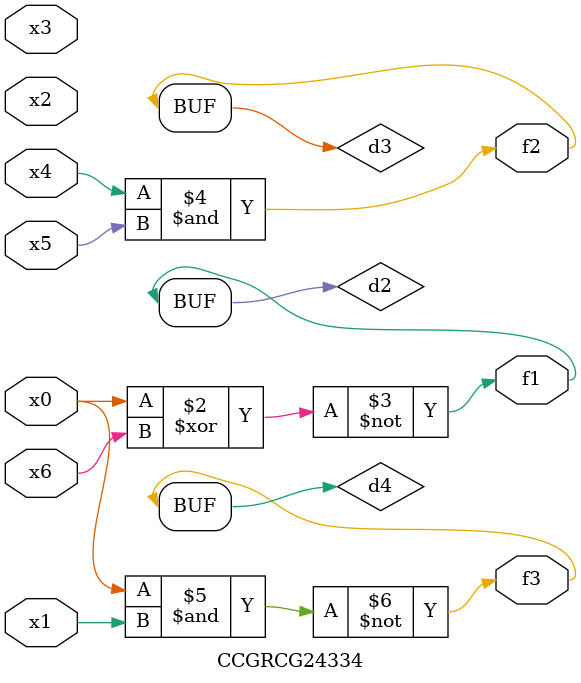
<source format=v>
module CCGRCG24334(
	input x0, x1, x2, x3, x4, x5, x6,
	output f1, f2, f3
);

	wire d1, d2, d3, d4;

	nor (d1, x0);
	xnor (d2, x0, x6);
	and (d3, x4, x5);
	nand (d4, x0, x1);
	assign f1 = d2;
	assign f2 = d3;
	assign f3 = d4;
endmodule

</source>
